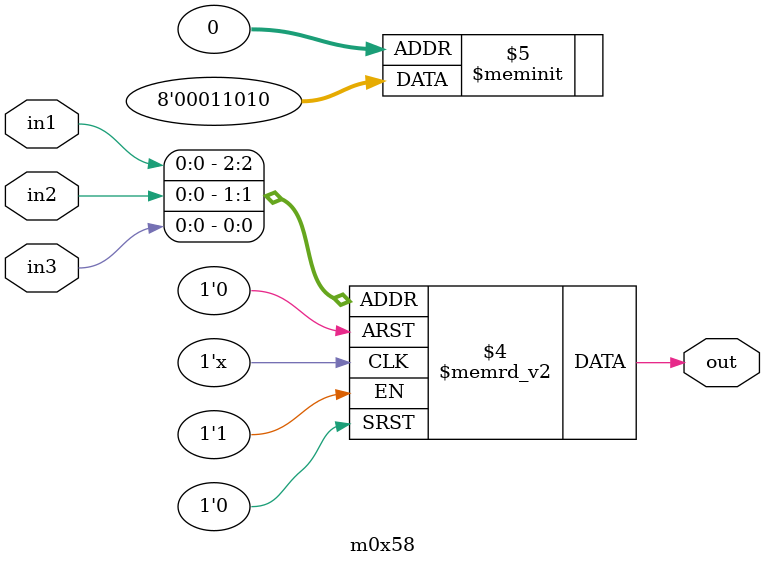
<source format=v>
module m0x58(output out, input in1, in2, in3);

   always @(in1, in2, in3)
     begin
        case({in1, in2, in3})
          3'b000: {out} = 1'b0;
          3'b001: {out} = 1'b1;
          3'b010: {out} = 1'b0;
          3'b011: {out} = 1'b1;
          3'b100: {out} = 1'b1;
          3'b101: {out} = 1'b0;
          3'b110: {out} = 1'b0;
          3'b111: {out} = 1'b0;
        endcase // case ({in1, in2, in3})
     end // always @ (in1, in2, in3)

endmodule // m0x58
</source>
